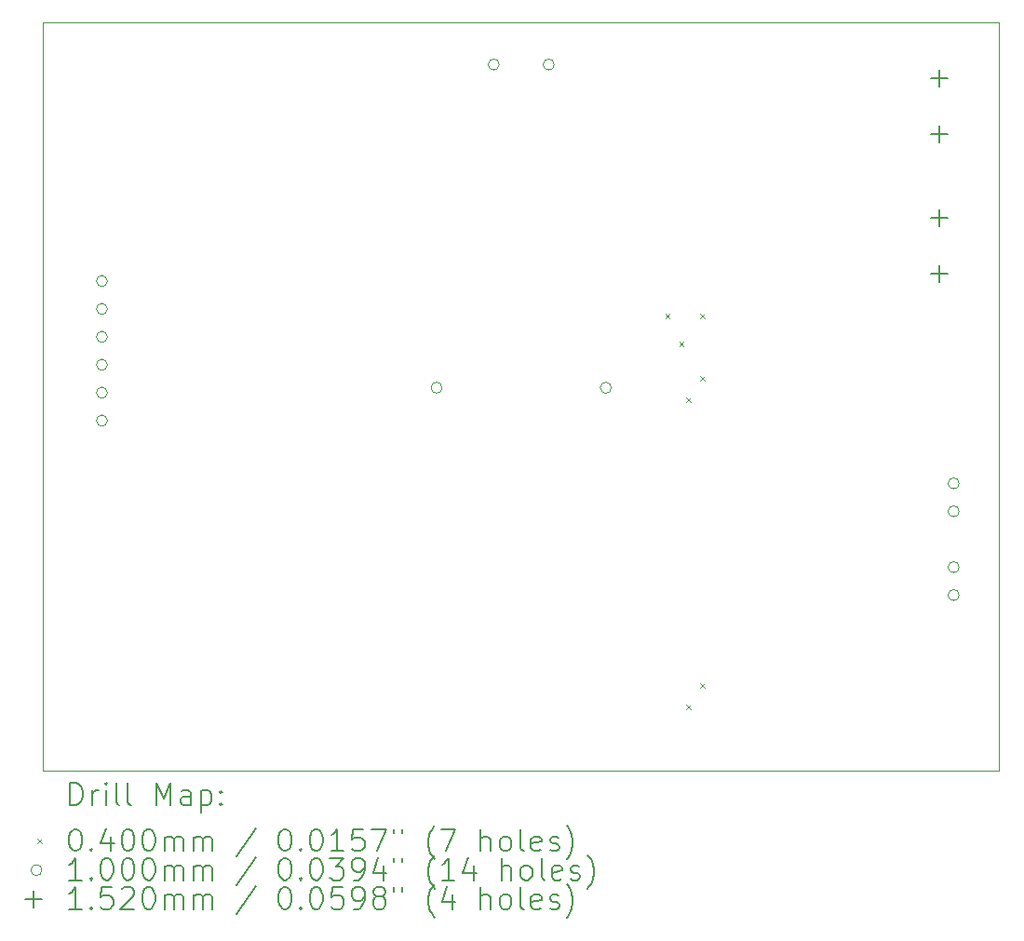
<source format=gbr>
%FSLAX45Y45*%
G04 Gerber Fmt 4.5, Leading zero omitted, Abs format (unit mm)*
G04 Created by KiCad (PCBNEW (6.0.0-0)) date 2022-06-20 09:51:59*
%MOMM*%
%LPD*%
G01*
G04 APERTURE LIST*
%TA.AperFunction,Profile*%
%ADD10C,0.100000*%
%TD*%
%ADD11C,0.200000*%
%ADD12C,0.040000*%
%ADD13C,0.100000*%
%ADD14C,0.152000*%
G04 APERTURE END LIST*
D10*
X10636000Y-5080000D02*
X19336000Y-5080000D01*
X10636000Y-11880000D02*
X10636000Y-5080000D01*
X19336000Y-11880000D02*
X19336000Y-5080000D01*
X10636000Y-11880000D02*
X19336000Y-11880000D01*
D11*
D12*
X16299500Y-7727000D02*
X16339500Y-7767000D01*
X16339500Y-7727000D02*
X16299500Y-7767000D01*
X16426500Y-7981000D02*
X16466500Y-8021000D01*
X16466500Y-7981000D02*
X16426500Y-8021000D01*
X16490000Y-8489000D02*
X16530000Y-8529000D01*
X16530000Y-8489000D02*
X16490000Y-8529000D01*
X16490000Y-11283000D02*
X16530000Y-11323000D01*
X16530000Y-11283000D02*
X16490000Y-11323000D01*
X16617000Y-7727000D02*
X16657000Y-7767000D01*
X16657000Y-7727000D02*
X16617000Y-7767000D01*
X16617000Y-8298500D02*
X16657000Y-8338500D01*
X16657000Y-8298500D02*
X16617000Y-8338500D01*
X16617000Y-11092500D02*
X16657000Y-11132500D01*
X16657000Y-11092500D02*
X16617000Y-11132500D01*
D13*
X11226000Y-7429500D02*
G75*
G03*
X11226000Y-7429500I-50000J0D01*
G01*
X11226000Y-7683500D02*
G75*
G03*
X11226000Y-7683500I-50000J0D01*
G01*
X11226000Y-7937500D02*
G75*
G03*
X11226000Y-7937500I-50000J0D01*
G01*
X11226000Y-8191500D02*
G75*
G03*
X11226000Y-8191500I-50000J0D01*
G01*
X11226000Y-8445500D02*
G75*
G03*
X11226000Y-8445500I-50000J0D01*
G01*
X11226000Y-8699500D02*
G75*
G03*
X11226000Y-8699500I-50000J0D01*
G01*
X14270000Y-8401000D02*
G75*
G03*
X14270000Y-8401000I-50000J0D01*
G01*
X14790000Y-5461000D02*
G75*
G03*
X14790000Y-5461000I-50000J0D01*
G01*
X15290000Y-5461000D02*
G75*
G03*
X15290000Y-5461000I-50000J0D01*
G01*
X15810000Y-8401000D02*
G75*
G03*
X15810000Y-8401000I-50000J0D01*
G01*
X18973000Y-9271000D02*
G75*
G03*
X18973000Y-9271000I-50000J0D01*
G01*
X18973000Y-9525000D02*
G75*
G03*
X18973000Y-9525000I-50000J0D01*
G01*
X18973000Y-10033000D02*
G75*
G03*
X18973000Y-10033000I-50000J0D01*
G01*
X18973000Y-10287000D02*
G75*
G03*
X18973000Y-10287000I-50000J0D01*
G01*
D14*
X18796000Y-5512000D02*
X18796000Y-5664000D01*
X18720000Y-5588000D02*
X18872000Y-5588000D01*
X18796000Y-6020000D02*
X18796000Y-6172000D01*
X18720000Y-6096000D02*
X18872000Y-6096000D01*
X18796000Y-6782000D02*
X18796000Y-6934000D01*
X18720000Y-6858000D02*
X18872000Y-6858000D01*
X18796000Y-7290000D02*
X18796000Y-7442000D01*
X18720000Y-7366000D02*
X18872000Y-7366000D01*
D11*
X10888619Y-12195476D02*
X10888619Y-11995476D01*
X10936238Y-11995476D01*
X10964810Y-12005000D01*
X10983857Y-12024048D01*
X10993381Y-12043095D01*
X11002905Y-12081190D01*
X11002905Y-12109762D01*
X10993381Y-12147857D01*
X10983857Y-12166905D01*
X10964810Y-12185952D01*
X10936238Y-12195476D01*
X10888619Y-12195476D01*
X11088619Y-12195476D02*
X11088619Y-12062143D01*
X11088619Y-12100238D02*
X11098143Y-12081190D01*
X11107667Y-12071667D01*
X11126714Y-12062143D01*
X11145762Y-12062143D01*
X11212428Y-12195476D02*
X11212428Y-12062143D01*
X11212428Y-11995476D02*
X11202905Y-12005000D01*
X11212428Y-12014524D01*
X11221952Y-12005000D01*
X11212428Y-11995476D01*
X11212428Y-12014524D01*
X11336238Y-12195476D02*
X11317190Y-12185952D01*
X11307667Y-12166905D01*
X11307667Y-11995476D01*
X11441000Y-12195476D02*
X11421952Y-12185952D01*
X11412428Y-12166905D01*
X11412428Y-11995476D01*
X11669571Y-12195476D02*
X11669571Y-11995476D01*
X11736238Y-12138333D01*
X11802905Y-11995476D01*
X11802905Y-12195476D01*
X11983857Y-12195476D02*
X11983857Y-12090714D01*
X11974333Y-12071667D01*
X11955286Y-12062143D01*
X11917190Y-12062143D01*
X11898143Y-12071667D01*
X11983857Y-12185952D02*
X11964809Y-12195476D01*
X11917190Y-12195476D01*
X11898143Y-12185952D01*
X11888619Y-12166905D01*
X11888619Y-12147857D01*
X11898143Y-12128809D01*
X11917190Y-12119286D01*
X11964809Y-12119286D01*
X11983857Y-12109762D01*
X12079095Y-12062143D02*
X12079095Y-12262143D01*
X12079095Y-12071667D02*
X12098143Y-12062143D01*
X12136238Y-12062143D01*
X12155286Y-12071667D01*
X12164809Y-12081190D01*
X12174333Y-12100238D01*
X12174333Y-12157381D01*
X12164809Y-12176428D01*
X12155286Y-12185952D01*
X12136238Y-12195476D01*
X12098143Y-12195476D01*
X12079095Y-12185952D01*
X12260048Y-12176428D02*
X12269571Y-12185952D01*
X12260048Y-12195476D01*
X12250524Y-12185952D01*
X12260048Y-12176428D01*
X12260048Y-12195476D01*
X12260048Y-12071667D02*
X12269571Y-12081190D01*
X12260048Y-12090714D01*
X12250524Y-12081190D01*
X12260048Y-12071667D01*
X12260048Y-12090714D01*
D12*
X10591000Y-12505000D02*
X10631000Y-12545000D01*
X10631000Y-12505000D02*
X10591000Y-12545000D01*
D11*
X10926714Y-12415476D02*
X10945762Y-12415476D01*
X10964810Y-12425000D01*
X10974333Y-12434524D01*
X10983857Y-12453571D01*
X10993381Y-12491667D01*
X10993381Y-12539286D01*
X10983857Y-12577381D01*
X10974333Y-12596428D01*
X10964810Y-12605952D01*
X10945762Y-12615476D01*
X10926714Y-12615476D01*
X10907667Y-12605952D01*
X10898143Y-12596428D01*
X10888619Y-12577381D01*
X10879095Y-12539286D01*
X10879095Y-12491667D01*
X10888619Y-12453571D01*
X10898143Y-12434524D01*
X10907667Y-12425000D01*
X10926714Y-12415476D01*
X11079095Y-12596428D02*
X11088619Y-12605952D01*
X11079095Y-12615476D01*
X11069571Y-12605952D01*
X11079095Y-12596428D01*
X11079095Y-12615476D01*
X11260048Y-12482143D02*
X11260048Y-12615476D01*
X11212428Y-12405952D02*
X11164810Y-12548809D01*
X11288619Y-12548809D01*
X11402905Y-12415476D02*
X11421952Y-12415476D01*
X11441000Y-12425000D01*
X11450524Y-12434524D01*
X11460048Y-12453571D01*
X11469571Y-12491667D01*
X11469571Y-12539286D01*
X11460048Y-12577381D01*
X11450524Y-12596428D01*
X11441000Y-12605952D01*
X11421952Y-12615476D01*
X11402905Y-12615476D01*
X11383857Y-12605952D01*
X11374333Y-12596428D01*
X11364809Y-12577381D01*
X11355286Y-12539286D01*
X11355286Y-12491667D01*
X11364809Y-12453571D01*
X11374333Y-12434524D01*
X11383857Y-12425000D01*
X11402905Y-12415476D01*
X11593381Y-12415476D02*
X11612428Y-12415476D01*
X11631476Y-12425000D01*
X11641000Y-12434524D01*
X11650524Y-12453571D01*
X11660048Y-12491667D01*
X11660048Y-12539286D01*
X11650524Y-12577381D01*
X11641000Y-12596428D01*
X11631476Y-12605952D01*
X11612428Y-12615476D01*
X11593381Y-12615476D01*
X11574333Y-12605952D01*
X11564809Y-12596428D01*
X11555286Y-12577381D01*
X11545762Y-12539286D01*
X11545762Y-12491667D01*
X11555286Y-12453571D01*
X11564809Y-12434524D01*
X11574333Y-12425000D01*
X11593381Y-12415476D01*
X11745762Y-12615476D02*
X11745762Y-12482143D01*
X11745762Y-12501190D02*
X11755286Y-12491667D01*
X11774333Y-12482143D01*
X11802905Y-12482143D01*
X11821952Y-12491667D01*
X11831476Y-12510714D01*
X11831476Y-12615476D01*
X11831476Y-12510714D02*
X11841000Y-12491667D01*
X11860048Y-12482143D01*
X11888619Y-12482143D01*
X11907667Y-12491667D01*
X11917190Y-12510714D01*
X11917190Y-12615476D01*
X12012428Y-12615476D02*
X12012428Y-12482143D01*
X12012428Y-12501190D02*
X12021952Y-12491667D01*
X12041000Y-12482143D01*
X12069571Y-12482143D01*
X12088619Y-12491667D01*
X12098143Y-12510714D01*
X12098143Y-12615476D01*
X12098143Y-12510714D02*
X12107667Y-12491667D01*
X12126714Y-12482143D01*
X12155286Y-12482143D01*
X12174333Y-12491667D01*
X12183857Y-12510714D01*
X12183857Y-12615476D01*
X12574333Y-12405952D02*
X12402905Y-12663095D01*
X12831476Y-12415476D02*
X12850524Y-12415476D01*
X12869571Y-12425000D01*
X12879095Y-12434524D01*
X12888619Y-12453571D01*
X12898143Y-12491667D01*
X12898143Y-12539286D01*
X12888619Y-12577381D01*
X12879095Y-12596428D01*
X12869571Y-12605952D01*
X12850524Y-12615476D01*
X12831476Y-12615476D01*
X12812428Y-12605952D01*
X12802905Y-12596428D01*
X12793381Y-12577381D01*
X12783857Y-12539286D01*
X12783857Y-12491667D01*
X12793381Y-12453571D01*
X12802905Y-12434524D01*
X12812428Y-12425000D01*
X12831476Y-12415476D01*
X12983857Y-12596428D02*
X12993381Y-12605952D01*
X12983857Y-12615476D01*
X12974333Y-12605952D01*
X12983857Y-12596428D01*
X12983857Y-12615476D01*
X13117190Y-12415476D02*
X13136238Y-12415476D01*
X13155286Y-12425000D01*
X13164809Y-12434524D01*
X13174333Y-12453571D01*
X13183857Y-12491667D01*
X13183857Y-12539286D01*
X13174333Y-12577381D01*
X13164809Y-12596428D01*
X13155286Y-12605952D01*
X13136238Y-12615476D01*
X13117190Y-12615476D01*
X13098143Y-12605952D01*
X13088619Y-12596428D01*
X13079095Y-12577381D01*
X13069571Y-12539286D01*
X13069571Y-12491667D01*
X13079095Y-12453571D01*
X13088619Y-12434524D01*
X13098143Y-12425000D01*
X13117190Y-12415476D01*
X13374333Y-12615476D02*
X13260048Y-12615476D01*
X13317190Y-12615476D02*
X13317190Y-12415476D01*
X13298143Y-12444048D01*
X13279095Y-12463095D01*
X13260048Y-12472619D01*
X13555286Y-12415476D02*
X13460048Y-12415476D01*
X13450524Y-12510714D01*
X13460048Y-12501190D01*
X13479095Y-12491667D01*
X13526714Y-12491667D01*
X13545762Y-12501190D01*
X13555286Y-12510714D01*
X13564809Y-12529762D01*
X13564809Y-12577381D01*
X13555286Y-12596428D01*
X13545762Y-12605952D01*
X13526714Y-12615476D01*
X13479095Y-12615476D01*
X13460048Y-12605952D01*
X13450524Y-12596428D01*
X13631476Y-12415476D02*
X13764809Y-12415476D01*
X13679095Y-12615476D01*
X13831476Y-12415476D02*
X13831476Y-12453571D01*
X13907667Y-12415476D02*
X13907667Y-12453571D01*
X14202905Y-12691667D02*
X14193381Y-12682143D01*
X14174333Y-12653571D01*
X14164809Y-12634524D01*
X14155286Y-12605952D01*
X14145762Y-12558333D01*
X14145762Y-12520238D01*
X14155286Y-12472619D01*
X14164809Y-12444048D01*
X14174333Y-12425000D01*
X14193381Y-12396428D01*
X14202905Y-12386905D01*
X14260048Y-12415476D02*
X14393381Y-12415476D01*
X14307667Y-12615476D01*
X14621952Y-12615476D02*
X14621952Y-12415476D01*
X14707667Y-12615476D02*
X14707667Y-12510714D01*
X14698143Y-12491667D01*
X14679095Y-12482143D01*
X14650524Y-12482143D01*
X14631476Y-12491667D01*
X14621952Y-12501190D01*
X14831476Y-12615476D02*
X14812428Y-12605952D01*
X14802905Y-12596428D01*
X14793381Y-12577381D01*
X14793381Y-12520238D01*
X14802905Y-12501190D01*
X14812428Y-12491667D01*
X14831476Y-12482143D01*
X14860048Y-12482143D01*
X14879095Y-12491667D01*
X14888619Y-12501190D01*
X14898143Y-12520238D01*
X14898143Y-12577381D01*
X14888619Y-12596428D01*
X14879095Y-12605952D01*
X14860048Y-12615476D01*
X14831476Y-12615476D01*
X15012428Y-12615476D02*
X14993381Y-12605952D01*
X14983857Y-12586905D01*
X14983857Y-12415476D01*
X15164809Y-12605952D02*
X15145762Y-12615476D01*
X15107667Y-12615476D01*
X15088619Y-12605952D01*
X15079095Y-12586905D01*
X15079095Y-12510714D01*
X15088619Y-12491667D01*
X15107667Y-12482143D01*
X15145762Y-12482143D01*
X15164809Y-12491667D01*
X15174333Y-12510714D01*
X15174333Y-12529762D01*
X15079095Y-12548809D01*
X15250524Y-12605952D02*
X15269571Y-12615476D01*
X15307667Y-12615476D01*
X15326714Y-12605952D01*
X15336238Y-12586905D01*
X15336238Y-12577381D01*
X15326714Y-12558333D01*
X15307667Y-12548809D01*
X15279095Y-12548809D01*
X15260048Y-12539286D01*
X15250524Y-12520238D01*
X15250524Y-12510714D01*
X15260048Y-12491667D01*
X15279095Y-12482143D01*
X15307667Y-12482143D01*
X15326714Y-12491667D01*
X15402905Y-12691667D02*
X15412428Y-12682143D01*
X15431476Y-12653571D01*
X15441000Y-12634524D01*
X15450524Y-12605952D01*
X15460048Y-12558333D01*
X15460048Y-12520238D01*
X15450524Y-12472619D01*
X15441000Y-12444048D01*
X15431476Y-12425000D01*
X15412428Y-12396428D01*
X15402905Y-12386905D01*
D13*
X10631000Y-12789000D02*
G75*
G03*
X10631000Y-12789000I-50000J0D01*
G01*
D11*
X10993381Y-12879476D02*
X10879095Y-12879476D01*
X10936238Y-12879476D02*
X10936238Y-12679476D01*
X10917190Y-12708048D01*
X10898143Y-12727095D01*
X10879095Y-12736619D01*
X11079095Y-12860428D02*
X11088619Y-12869952D01*
X11079095Y-12879476D01*
X11069571Y-12869952D01*
X11079095Y-12860428D01*
X11079095Y-12879476D01*
X11212428Y-12679476D02*
X11231476Y-12679476D01*
X11250524Y-12689000D01*
X11260048Y-12698524D01*
X11269571Y-12717571D01*
X11279095Y-12755667D01*
X11279095Y-12803286D01*
X11269571Y-12841381D01*
X11260048Y-12860428D01*
X11250524Y-12869952D01*
X11231476Y-12879476D01*
X11212428Y-12879476D01*
X11193381Y-12869952D01*
X11183857Y-12860428D01*
X11174333Y-12841381D01*
X11164810Y-12803286D01*
X11164810Y-12755667D01*
X11174333Y-12717571D01*
X11183857Y-12698524D01*
X11193381Y-12689000D01*
X11212428Y-12679476D01*
X11402905Y-12679476D02*
X11421952Y-12679476D01*
X11441000Y-12689000D01*
X11450524Y-12698524D01*
X11460048Y-12717571D01*
X11469571Y-12755667D01*
X11469571Y-12803286D01*
X11460048Y-12841381D01*
X11450524Y-12860428D01*
X11441000Y-12869952D01*
X11421952Y-12879476D01*
X11402905Y-12879476D01*
X11383857Y-12869952D01*
X11374333Y-12860428D01*
X11364809Y-12841381D01*
X11355286Y-12803286D01*
X11355286Y-12755667D01*
X11364809Y-12717571D01*
X11374333Y-12698524D01*
X11383857Y-12689000D01*
X11402905Y-12679476D01*
X11593381Y-12679476D02*
X11612428Y-12679476D01*
X11631476Y-12689000D01*
X11641000Y-12698524D01*
X11650524Y-12717571D01*
X11660048Y-12755667D01*
X11660048Y-12803286D01*
X11650524Y-12841381D01*
X11641000Y-12860428D01*
X11631476Y-12869952D01*
X11612428Y-12879476D01*
X11593381Y-12879476D01*
X11574333Y-12869952D01*
X11564809Y-12860428D01*
X11555286Y-12841381D01*
X11545762Y-12803286D01*
X11545762Y-12755667D01*
X11555286Y-12717571D01*
X11564809Y-12698524D01*
X11574333Y-12689000D01*
X11593381Y-12679476D01*
X11745762Y-12879476D02*
X11745762Y-12746143D01*
X11745762Y-12765190D02*
X11755286Y-12755667D01*
X11774333Y-12746143D01*
X11802905Y-12746143D01*
X11821952Y-12755667D01*
X11831476Y-12774714D01*
X11831476Y-12879476D01*
X11831476Y-12774714D02*
X11841000Y-12755667D01*
X11860048Y-12746143D01*
X11888619Y-12746143D01*
X11907667Y-12755667D01*
X11917190Y-12774714D01*
X11917190Y-12879476D01*
X12012428Y-12879476D02*
X12012428Y-12746143D01*
X12012428Y-12765190D02*
X12021952Y-12755667D01*
X12041000Y-12746143D01*
X12069571Y-12746143D01*
X12088619Y-12755667D01*
X12098143Y-12774714D01*
X12098143Y-12879476D01*
X12098143Y-12774714D02*
X12107667Y-12755667D01*
X12126714Y-12746143D01*
X12155286Y-12746143D01*
X12174333Y-12755667D01*
X12183857Y-12774714D01*
X12183857Y-12879476D01*
X12574333Y-12669952D02*
X12402905Y-12927095D01*
X12831476Y-12679476D02*
X12850524Y-12679476D01*
X12869571Y-12689000D01*
X12879095Y-12698524D01*
X12888619Y-12717571D01*
X12898143Y-12755667D01*
X12898143Y-12803286D01*
X12888619Y-12841381D01*
X12879095Y-12860428D01*
X12869571Y-12869952D01*
X12850524Y-12879476D01*
X12831476Y-12879476D01*
X12812428Y-12869952D01*
X12802905Y-12860428D01*
X12793381Y-12841381D01*
X12783857Y-12803286D01*
X12783857Y-12755667D01*
X12793381Y-12717571D01*
X12802905Y-12698524D01*
X12812428Y-12689000D01*
X12831476Y-12679476D01*
X12983857Y-12860428D02*
X12993381Y-12869952D01*
X12983857Y-12879476D01*
X12974333Y-12869952D01*
X12983857Y-12860428D01*
X12983857Y-12879476D01*
X13117190Y-12679476D02*
X13136238Y-12679476D01*
X13155286Y-12689000D01*
X13164809Y-12698524D01*
X13174333Y-12717571D01*
X13183857Y-12755667D01*
X13183857Y-12803286D01*
X13174333Y-12841381D01*
X13164809Y-12860428D01*
X13155286Y-12869952D01*
X13136238Y-12879476D01*
X13117190Y-12879476D01*
X13098143Y-12869952D01*
X13088619Y-12860428D01*
X13079095Y-12841381D01*
X13069571Y-12803286D01*
X13069571Y-12755667D01*
X13079095Y-12717571D01*
X13088619Y-12698524D01*
X13098143Y-12689000D01*
X13117190Y-12679476D01*
X13250524Y-12679476D02*
X13374333Y-12679476D01*
X13307667Y-12755667D01*
X13336238Y-12755667D01*
X13355286Y-12765190D01*
X13364809Y-12774714D01*
X13374333Y-12793762D01*
X13374333Y-12841381D01*
X13364809Y-12860428D01*
X13355286Y-12869952D01*
X13336238Y-12879476D01*
X13279095Y-12879476D01*
X13260048Y-12869952D01*
X13250524Y-12860428D01*
X13469571Y-12879476D02*
X13507667Y-12879476D01*
X13526714Y-12869952D01*
X13536238Y-12860428D01*
X13555286Y-12831857D01*
X13564809Y-12793762D01*
X13564809Y-12717571D01*
X13555286Y-12698524D01*
X13545762Y-12689000D01*
X13526714Y-12679476D01*
X13488619Y-12679476D01*
X13469571Y-12689000D01*
X13460048Y-12698524D01*
X13450524Y-12717571D01*
X13450524Y-12765190D01*
X13460048Y-12784238D01*
X13469571Y-12793762D01*
X13488619Y-12803286D01*
X13526714Y-12803286D01*
X13545762Y-12793762D01*
X13555286Y-12784238D01*
X13564809Y-12765190D01*
X13736238Y-12746143D02*
X13736238Y-12879476D01*
X13688619Y-12669952D02*
X13641000Y-12812809D01*
X13764809Y-12812809D01*
X13831476Y-12679476D02*
X13831476Y-12717571D01*
X13907667Y-12679476D02*
X13907667Y-12717571D01*
X14202905Y-12955667D02*
X14193381Y-12946143D01*
X14174333Y-12917571D01*
X14164809Y-12898524D01*
X14155286Y-12869952D01*
X14145762Y-12822333D01*
X14145762Y-12784238D01*
X14155286Y-12736619D01*
X14164809Y-12708048D01*
X14174333Y-12689000D01*
X14193381Y-12660428D01*
X14202905Y-12650905D01*
X14383857Y-12879476D02*
X14269571Y-12879476D01*
X14326714Y-12879476D02*
X14326714Y-12679476D01*
X14307667Y-12708048D01*
X14288619Y-12727095D01*
X14269571Y-12736619D01*
X14555286Y-12746143D02*
X14555286Y-12879476D01*
X14507667Y-12669952D02*
X14460048Y-12812809D01*
X14583857Y-12812809D01*
X14812428Y-12879476D02*
X14812428Y-12679476D01*
X14898143Y-12879476D02*
X14898143Y-12774714D01*
X14888619Y-12755667D01*
X14869571Y-12746143D01*
X14841000Y-12746143D01*
X14821952Y-12755667D01*
X14812428Y-12765190D01*
X15021952Y-12879476D02*
X15002905Y-12869952D01*
X14993381Y-12860428D01*
X14983857Y-12841381D01*
X14983857Y-12784238D01*
X14993381Y-12765190D01*
X15002905Y-12755667D01*
X15021952Y-12746143D01*
X15050524Y-12746143D01*
X15069571Y-12755667D01*
X15079095Y-12765190D01*
X15088619Y-12784238D01*
X15088619Y-12841381D01*
X15079095Y-12860428D01*
X15069571Y-12869952D01*
X15050524Y-12879476D01*
X15021952Y-12879476D01*
X15202905Y-12879476D02*
X15183857Y-12869952D01*
X15174333Y-12850905D01*
X15174333Y-12679476D01*
X15355286Y-12869952D02*
X15336238Y-12879476D01*
X15298143Y-12879476D01*
X15279095Y-12869952D01*
X15269571Y-12850905D01*
X15269571Y-12774714D01*
X15279095Y-12755667D01*
X15298143Y-12746143D01*
X15336238Y-12746143D01*
X15355286Y-12755667D01*
X15364809Y-12774714D01*
X15364809Y-12793762D01*
X15269571Y-12812809D01*
X15441000Y-12869952D02*
X15460048Y-12879476D01*
X15498143Y-12879476D01*
X15517190Y-12869952D01*
X15526714Y-12850905D01*
X15526714Y-12841381D01*
X15517190Y-12822333D01*
X15498143Y-12812809D01*
X15469571Y-12812809D01*
X15450524Y-12803286D01*
X15441000Y-12784238D01*
X15441000Y-12774714D01*
X15450524Y-12755667D01*
X15469571Y-12746143D01*
X15498143Y-12746143D01*
X15517190Y-12755667D01*
X15593381Y-12955667D02*
X15602905Y-12946143D01*
X15621952Y-12917571D01*
X15631476Y-12898524D01*
X15641000Y-12869952D01*
X15650524Y-12822333D01*
X15650524Y-12784238D01*
X15641000Y-12736619D01*
X15631476Y-12708048D01*
X15621952Y-12689000D01*
X15602905Y-12660428D01*
X15593381Y-12650905D01*
D14*
X10555000Y-12977000D02*
X10555000Y-13129000D01*
X10479000Y-13053000D02*
X10631000Y-13053000D01*
D11*
X10993381Y-13143476D02*
X10879095Y-13143476D01*
X10936238Y-13143476D02*
X10936238Y-12943476D01*
X10917190Y-12972048D01*
X10898143Y-12991095D01*
X10879095Y-13000619D01*
X11079095Y-13124428D02*
X11088619Y-13133952D01*
X11079095Y-13143476D01*
X11069571Y-13133952D01*
X11079095Y-13124428D01*
X11079095Y-13143476D01*
X11269571Y-12943476D02*
X11174333Y-12943476D01*
X11164810Y-13038714D01*
X11174333Y-13029190D01*
X11193381Y-13019667D01*
X11241000Y-13019667D01*
X11260048Y-13029190D01*
X11269571Y-13038714D01*
X11279095Y-13057762D01*
X11279095Y-13105381D01*
X11269571Y-13124428D01*
X11260048Y-13133952D01*
X11241000Y-13143476D01*
X11193381Y-13143476D01*
X11174333Y-13133952D01*
X11164810Y-13124428D01*
X11355286Y-12962524D02*
X11364809Y-12953000D01*
X11383857Y-12943476D01*
X11431476Y-12943476D01*
X11450524Y-12953000D01*
X11460048Y-12962524D01*
X11469571Y-12981571D01*
X11469571Y-13000619D01*
X11460048Y-13029190D01*
X11345762Y-13143476D01*
X11469571Y-13143476D01*
X11593381Y-12943476D02*
X11612428Y-12943476D01*
X11631476Y-12953000D01*
X11641000Y-12962524D01*
X11650524Y-12981571D01*
X11660048Y-13019667D01*
X11660048Y-13067286D01*
X11650524Y-13105381D01*
X11641000Y-13124428D01*
X11631476Y-13133952D01*
X11612428Y-13143476D01*
X11593381Y-13143476D01*
X11574333Y-13133952D01*
X11564809Y-13124428D01*
X11555286Y-13105381D01*
X11545762Y-13067286D01*
X11545762Y-13019667D01*
X11555286Y-12981571D01*
X11564809Y-12962524D01*
X11574333Y-12953000D01*
X11593381Y-12943476D01*
X11745762Y-13143476D02*
X11745762Y-13010143D01*
X11745762Y-13029190D02*
X11755286Y-13019667D01*
X11774333Y-13010143D01*
X11802905Y-13010143D01*
X11821952Y-13019667D01*
X11831476Y-13038714D01*
X11831476Y-13143476D01*
X11831476Y-13038714D02*
X11841000Y-13019667D01*
X11860048Y-13010143D01*
X11888619Y-13010143D01*
X11907667Y-13019667D01*
X11917190Y-13038714D01*
X11917190Y-13143476D01*
X12012428Y-13143476D02*
X12012428Y-13010143D01*
X12012428Y-13029190D02*
X12021952Y-13019667D01*
X12041000Y-13010143D01*
X12069571Y-13010143D01*
X12088619Y-13019667D01*
X12098143Y-13038714D01*
X12098143Y-13143476D01*
X12098143Y-13038714D02*
X12107667Y-13019667D01*
X12126714Y-13010143D01*
X12155286Y-13010143D01*
X12174333Y-13019667D01*
X12183857Y-13038714D01*
X12183857Y-13143476D01*
X12574333Y-12933952D02*
X12402905Y-13191095D01*
X12831476Y-12943476D02*
X12850524Y-12943476D01*
X12869571Y-12953000D01*
X12879095Y-12962524D01*
X12888619Y-12981571D01*
X12898143Y-13019667D01*
X12898143Y-13067286D01*
X12888619Y-13105381D01*
X12879095Y-13124428D01*
X12869571Y-13133952D01*
X12850524Y-13143476D01*
X12831476Y-13143476D01*
X12812428Y-13133952D01*
X12802905Y-13124428D01*
X12793381Y-13105381D01*
X12783857Y-13067286D01*
X12783857Y-13019667D01*
X12793381Y-12981571D01*
X12802905Y-12962524D01*
X12812428Y-12953000D01*
X12831476Y-12943476D01*
X12983857Y-13124428D02*
X12993381Y-13133952D01*
X12983857Y-13143476D01*
X12974333Y-13133952D01*
X12983857Y-13124428D01*
X12983857Y-13143476D01*
X13117190Y-12943476D02*
X13136238Y-12943476D01*
X13155286Y-12953000D01*
X13164809Y-12962524D01*
X13174333Y-12981571D01*
X13183857Y-13019667D01*
X13183857Y-13067286D01*
X13174333Y-13105381D01*
X13164809Y-13124428D01*
X13155286Y-13133952D01*
X13136238Y-13143476D01*
X13117190Y-13143476D01*
X13098143Y-13133952D01*
X13088619Y-13124428D01*
X13079095Y-13105381D01*
X13069571Y-13067286D01*
X13069571Y-13019667D01*
X13079095Y-12981571D01*
X13088619Y-12962524D01*
X13098143Y-12953000D01*
X13117190Y-12943476D01*
X13364809Y-12943476D02*
X13269571Y-12943476D01*
X13260048Y-13038714D01*
X13269571Y-13029190D01*
X13288619Y-13019667D01*
X13336238Y-13019667D01*
X13355286Y-13029190D01*
X13364809Y-13038714D01*
X13374333Y-13057762D01*
X13374333Y-13105381D01*
X13364809Y-13124428D01*
X13355286Y-13133952D01*
X13336238Y-13143476D01*
X13288619Y-13143476D01*
X13269571Y-13133952D01*
X13260048Y-13124428D01*
X13469571Y-13143476D02*
X13507667Y-13143476D01*
X13526714Y-13133952D01*
X13536238Y-13124428D01*
X13555286Y-13095857D01*
X13564809Y-13057762D01*
X13564809Y-12981571D01*
X13555286Y-12962524D01*
X13545762Y-12953000D01*
X13526714Y-12943476D01*
X13488619Y-12943476D01*
X13469571Y-12953000D01*
X13460048Y-12962524D01*
X13450524Y-12981571D01*
X13450524Y-13029190D01*
X13460048Y-13048238D01*
X13469571Y-13057762D01*
X13488619Y-13067286D01*
X13526714Y-13067286D01*
X13545762Y-13057762D01*
X13555286Y-13048238D01*
X13564809Y-13029190D01*
X13679095Y-13029190D02*
X13660048Y-13019667D01*
X13650524Y-13010143D01*
X13641000Y-12991095D01*
X13641000Y-12981571D01*
X13650524Y-12962524D01*
X13660048Y-12953000D01*
X13679095Y-12943476D01*
X13717190Y-12943476D01*
X13736238Y-12953000D01*
X13745762Y-12962524D01*
X13755286Y-12981571D01*
X13755286Y-12991095D01*
X13745762Y-13010143D01*
X13736238Y-13019667D01*
X13717190Y-13029190D01*
X13679095Y-13029190D01*
X13660048Y-13038714D01*
X13650524Y-13048238D01*
X13641000Y-13067286D01*
X13641000Y-13105381D01*
X13650524Y-13124428D01*
X13660048Y-13133952D01*
X13679095Y-13143476D01*
X13717190Y-13143476D01*
X13736238Y-13133952D01*
X13745762Y-13124428D01*
X13755286Y-13105381D01*
X13755286Y-13067286D01*
X13745762Y-13048238D01*
X13736238Y-13038714D01*
X13717190Y-13029190D01*
X13831476Y-12943476D02*
X13831476Y-12981571D01*
X13907667Y-12943476D02*
X13907667Y-12981571D01*
X14202905Y-13219667D02*
X14193381Y-13210143D01*
X14174333Y-13181571D01*
X14164809Y-13162524D01*
X14155286Y-13133952D01*
X14145762Y-13086333D01*
X14145762Y-13048238D01*
X14155286Y-13000619D01*
X14164809Y-12972048D01*
X14174333Y-12953000D01*
X14193381Y-12924428D01*
X14202905Y-12914905D01*
X14364809Y-13010143D02*
X14364809Y-13143476D01*
X14317190Y-12933952D02*
X14269571Y-13076809D01*
X14393381Y-13076809D01*
X14621952Y-13143476D02*
X14621952Y-12943476D01*
X14707667Y-13143476D02*
X14707667Y-13038714D01*
X14698143Y-13019667D01*
X14679095Y-13010143D01*
X14650524Y-13010143D01*
X14631476Y-13019667D01*
X14621952Y-13029190D01*
X14831476Y-13143476D02*
X14812428Y-13133952D01*
X14802905Y-13124428D01*
X14793381Y-13105381D01*
X14793381Y-13048238D01*
X14802905Y-13029190D01*
X14812428Y-13019667D01*
X14831476Y-13010143D01*
X14860048Y-13010143D01*
X14879095Y-13019667D01*
X14888619Y-13029190D01*
X14898143Y-13048238D01*
X14898143Y-13105381D01*
X14888619Y-13124428D01*
X14879095Y-13133952D01*
X14860048Y-13143476D01*
X14831476Y-13143476D01*
X15012428Y-13143476D02*
X14993381Y-13133952D01*
X14983857Y-13114905D01*
X14983857Y-12943476D01*
X15164809Y-13133952D02*
X15145762Y-13143476D01*
X15107667Y-13143476D01*
X15088619Y-13133952D01*
X15079095Y-13114905D01*
X15079095Y-13038714D01*
X15088619Y-13019667D01*
X15107667Y-13010143D01*
X15145762Y-13010143D01*
X15164809Y-13019667D01*
X15174333Y-13038714D01*
X15174333Y-13057762D01*
X15079095Y-13076809D01*
X15250524Y-13133952D02*
X15269571Y-13143476D01*
X15307667Y-13143476D01*
X15326714Y-13133952D01*
X15336238Y-13114905D01*
X15336238Y-13105381D01*
X15326714Y-13086333D01*
X15307667Y-13076809D01*
X15279095Y-13076809D01*
X15260048Y-13067286D01*
X15250524Y-13048238D01*
X15250524Y-13038714D01*
X15260048Y-13019667D01*
X15279095Y-13010143D01*
X15307667Y-13010143D01*
X15326714Y-13019667D01*
X15402905Y-13219667D02*
X15412428Y-13210143D01*
X15431476Y-13181571D01*
X15441000Y-13162524D01*
X15450524Y-13133952D01*
X15460048Y-13086333D01*
X15460048Y-13048238D01*
X15450524Y-13000619D01*
X15441000Y-12972048D01*
X15431476Y-12953000D01*
X15412428Y-12924428D01*
X15402905Y-12914905D01*
M02*

</source>
